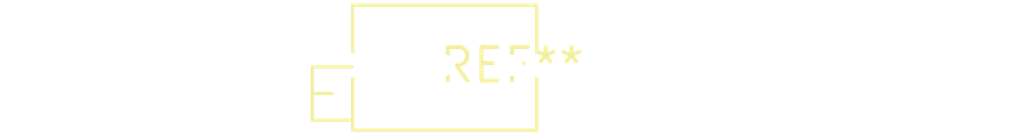
<source format=kicad_pcb>
(kicad_pcb (version 20240108) (generator pcbnew)
  (layers (0 "F.Cu" signal) (31 "B.Cu" signal) (34 "B.Paste" user) (35 "F.Paste" user) (36 "B.SilkS" user "B.Silkscreen") (37 "F.SilkS" user "F.Silkscreen") (38 "B.Mask" user) (39 "F.Mask" user) (44 "Edge.Cuts" user))
  (net 0 "")
  (footprint "Potentiometer_Bourns_3266Z_Horizontal" (layer "F.Cu") (at 0 0)
    (property "Reference" "REF**")
    (property "Value" "Potentiometer_Bourns_3266Z_Horizontal")
    (fp_line (start -7.535 0.06) (end -7.535 2.08) (layer "F.SilkS") (stroke (width 0.12)))
    (fp_line (start -7.535 0.06) (end -6.056 0.06) (layer "F.SilkS") (stroke (width 0.12)))
    (fp_line (start -7.535 1.07) (end -6.776 1.07) (layer "F.SilkS") (stroke (width 0.12)))
    (fp_line (start -7.535 2.08) (end -6.016 2.08) (layer "F.SilkS") (stroke (width 0.12)))
    (fp_line (start -6.016 0.496) (end -6.016 2.08) (layer "F.SilkS") (stroke (width 0.12)))
    (fp_line (start -6.015 -2.28) (end -6.015 -0.494) (layer "F.SilkS") (stroke (width 0.12)))
    (fp_line (start -6.015 -2.28) (end 0.935 -2.28) (layer "F.SilkS") (stroke (width 0.12)))
    (fp_line (start -6.015 0.496) (end -6.015 2.46) (layer "F.SilkS") (stroke (width 0.12)))
    (fp_line (start -6.015 2.46) (end 0.935 2.46) (layer "F.SilkS") (stroke (width 0.12)))
    (fp_line (start 0.935 -2.28) (end 0.935 -0.494) (layer "F.SilkS") (stroke (width 0.12)))
    (fp_line (start 0.935 0.496) (end 0.935 2.46) (layer "F.SilkS") (stroke (width 0.12)))
    (pad "1" thru_hole circle (at 0 0) (size 1.44 1.44) (drill 0.8) (layers *.Cu *.Mask) (remove_unused_layers))
    (pad "2" thru_hole circle (at -2.54 0) (size 1.44 1.44) (drill 0.8) (layers *.Cu *.Mask) (remove_unused_layers))
    (pad "3" thru_hole circle (at -5.08 0) (size 1.44 1.44) (drill 0.8) (layers *.Cu *.Mask) (remove_unused_layers))
  )
)
</source>
